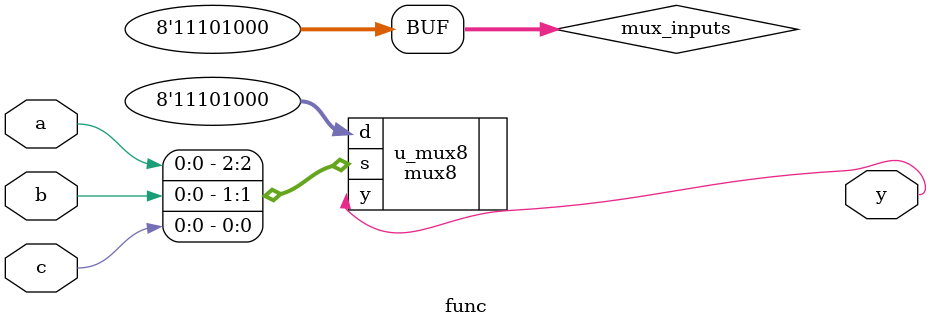
<source format=sv>
module func (
    input a, b, c,
    output y
);
    wire [7:0] mux_inputs;

    // Define the truth table for y = ab + bc + abc
    assign mux_inputs[0] = 0; // 000
    assign mux_inputs[1] = 0; // 001
    assign mux_inputs[2] = 0; // 010
    assign mux_inputs[3] = 1; // 011
    assign mux_inputs[4] = 0; // 100
    assign mux_inputs[5] = 1; // 101
    assign mux_inputs[6] = 1; // 110
    assign mux_inputs[7] = 1; // 111

    // Instantiate the 8:1 multiplexer
    mux8 u_mux8 (
        .s({a, b, c}),
        .d(mux_inputs),
        .y(y)
    );
endmodule
</source>
